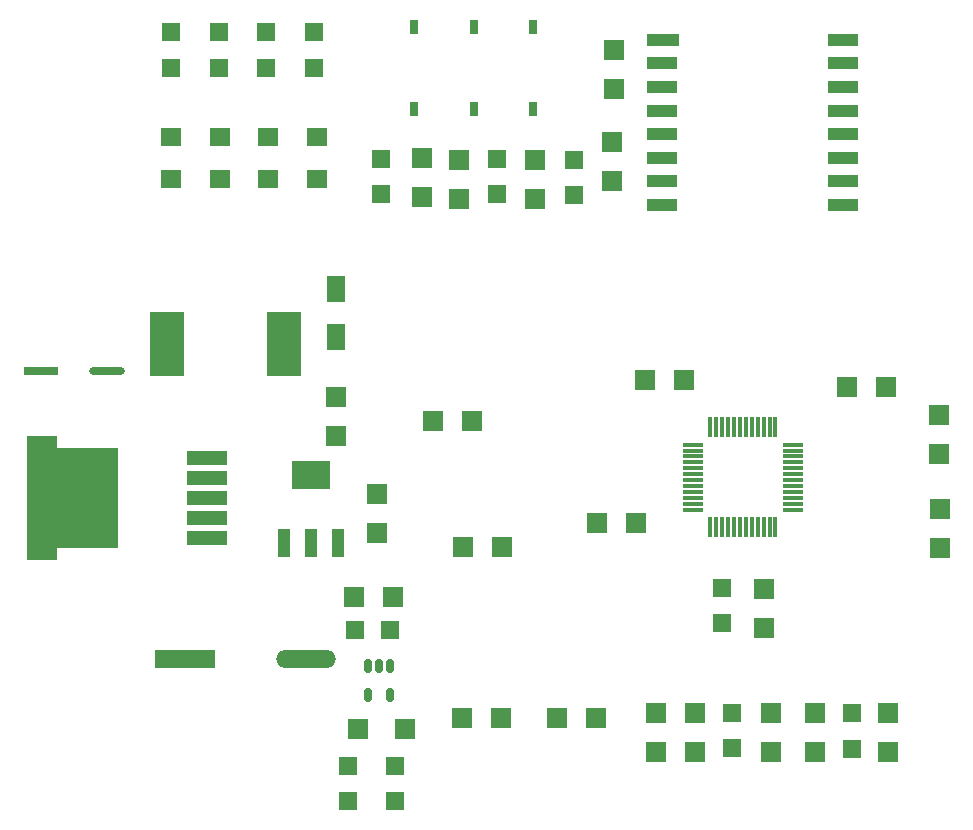
<source format=gtp>
G04*
G04 #@! TF.GenerationSoftware,Altium Limited,Altium Designer,21.3.2 (30)*
G04*
G04 Layer_Color=8421504*
%FSTAX24Y24*%
%MOIN*%
G70*
G04*
G04 #@! TF.SameCoordinates,09EB0EA2-9561-46F4-B1F3-F0EC52C3B4A3*
G04*
G04*
G04 #@! TF.FilePolarity,Positive*
G04*
G01*
G75*
%ADD25R,0.0669X0.0669*%
%ADD26R,0.0630X0.0591*%
%ADD27R,0.2000X0.0591*%
%ADD28O,0.2000X0.0591*%
G04:AMPARAMS|DCode=29|XSize=48mil|YSize=23.6mil|CornerRadius=5.9mil|HoleSize=0mil|Usage=FLASHONLY|Rotation=270.000|XOffset=0mil|YOffset=0mil|HoleType=Round|Shape=RoundedRectangle|*
%AMROUNDEDRECTD29*
21,1,0.0480,0.0118,0,0,270.0*
21,1,0.0362,0.0236,0,0,270.0*
1,1,0.0118,-0.0059,-0.0181*
1,1,0.0118,-0.0059,0.0181*
1,1,0.0118,0.0059,0.0181*
1,1,0.0118,0.0059,-0.0181*
%
%ADD29ROUNDEDRECTD29*%
%ADD30R,0.0591X0.0630*%
%ADD31R,0.0669X0.0118*%
%ADD32R,0.0118X0.0669*%
%ADD33R,0.0709X0.0669*%
%ADD34R,0.1181X0.0276*%
%ADD35O,0.1181X0.0276*%
%ADD36R,0.0669X0.0669*%
%ADD37R,0.1140X0.2130*%
%ADD38R,0.1378X0.0472*%
%ADD39R,0.0984X0.4134*%
%ADD40R,0.2559X0.3346*%
%ADD41R,0.1299X0.0945*%
%ADD42R,0.0394X0.0945*%
%ADD43R,0.0610X0.0886*%
%ADD44R,0.0650X0.0600*%
%ADD45R,0.0315X0.0472*%
%ADD46R,0.1102X0.0433*%
%ADD47R,0.1024X0.0433*%
D25*
X0471Y0196D02*
D03*
Y0183D02*
D03*
X04466Y019619D02*
D03*
Y01832D02*
D03*
X0287Y03015D02*
D03*
Y02885D02*
D03*
X03005Y0269D02*
D03*
Y0256D02*
D03*
X03935Y0183D02*
D03*
Y0196D02*
D03*
X040642D02*
D03*
Y0183D02*
D03*
X0432D02*
D03*
Y0196D02*
D03*
X03277Y03675D02*
D03*
Y03805D02*
D03*
X03155Y036801D02*
D03*
Y0381D02*
D03*
X04295Y02245D02*
D03*
Y02375D02*
D03*
X03533Y03805D02*
D03*
Y03675D02*
D03*
X03795Y041699D02*
D03*
Y0404D02*
D03*
X0379Y03865D02*
D03*
Y037351D02*
D03*
X0488Y02825D02*
D03*
Y02955D02*
D03*
X04883Y02642D02*
D03*
Y02512D02*
D03*
D26*
X0459Y019601D02*
D03*
Y018419D02*
D03*
X04187Y019621D02*
D03*
Y018439D02*
D03*
X0291Y017841D02*
D03*
X03065Y01785D02*
D03*
Y016669D02*
D03*
X0291Y016659D02*
D03*
X0232Y042291D02*
D03*
Y041109D02*
D03*
X03661Y036859D02*
D03*
Y038041D02*
D03*
X03404Y036899D02*
D03*
Y038081D02*
D03*
X02795Y041109D02*
D03*
Y042291D02*
D03*
X026367Y041109D02*
D03*
Y042291D02*
D03*
X024783Y041109D02*
D03*
Y042291D02*
D03*
X0302Y036899D02*
D03*
Y038081D02*
D03*
X04155Y022599D02*
D03*
Y023781D02*
D03*
D27*
X02365Y0214D02*
D03*
D28*
X0277D02*
D03*
D29*
X030126Y02118D02*
D03*
X029752Y0202D02*
D03*
X0305Y02118D02*
D03*
X029752D02*
D03*
X0305Y0202D02*
D03*
D30*
X030491Y02236D02*
D03*
X029309D02*
D03*
D31*
X04392Y026386D02*
D03*
Y026583D02*
D03*
Y02678D02*
D03*
Y026976D02*
D03*
Y027173D02*
D03*
Y02737D02*
D03*
Y027567D02*
D03*
Y027764D02*
D03*
Y027961D02*
D03*
Y028157D02*
D03*
Y028354D02*
D03*
Y028551D02*
D03*
X040583D02*
D03*
Y028354D02*
D03*
Y028157D02*
D03*
Y027961D02*
D03*
Y027764D02*
D03*
Y027567D02*
D03*
Y02737D02*
D03*
Y027173D02*
D03*
Y026976D02*
D03*
Y02678D02*
D03*
Y026583D02*
D03*
Y026386D02*
D03*
D32*
X043334Y029137D02*
D03*
X043137D02*
D03*
X042941D02*
D03*
X042744D02*
D03*
X042547D02*
D03*
X04235D02*
D03*
X042153D02*
D03*
X041956D02*
D03*
X041759D02*
D03*
X041563D02*
D03*
X041366D02*
D03*
X041169D02*
D03*
Y0258D02*
D03*
X041366D02*
D03*
X041563D02*
D03*
X041759D02*
D03*
X041956D02*
D03*
X042153D02*
D03*
X04235D02*
D03*
X042547D02*
D03*
X042744D02*
D03*
X042941D02*
D03*
X043137D02*
D03*
X043334D02*
D03*
D33*
X029413Y01908D02*
D03*
X030987D02*
D03*
D34*
X01885Y031D02*
D03*
D35*
X02105D02*
D03*
D36*
X03291Y02513D02*
D03*
X03421D02*
D03*
X02928Y02346D02*
D03*
X03058D02*
D03*
X03735Y01945D02*
D03*
X036051D02*
D03*
X0342D02*
D03*
X0329D02*
D03*
X03322Y02933D02*
D03*
X031921D02*
D03*
X0374Y02595D02*
D03*
X0387D02*
D03*
X04572Y03048D02*
D03*
X04702D02*
D03*
X039001Y0307D02*
D03*
X0403D02*
D03*
D37*
X02305Y0319D02*
D03*
X02695D02*
D03*
D38*
X0244Y025431D02*
D03*
Y0261D02*
D03*
Y026769D02*
D03*
Y027439D02*
D03*
Y028108D02*
D03*
D39*
X018878Y026769D02*
D03*
D40*
X020158D02*
D03*
D41*
X02785Y027542D02*
D03*
D42*
X028756Y025258D02*
D03*
X02785D02*
D03*
X026944D02*
D03*
D43*
X0287Y03215D02*
D03*
Y033725D02*
D03*
D44*
X024817Y0374D02*
D03*
Y03882D02*
D03*
X02805D02*
D03*
Y0374D02*
D03*
X026433Y03882D02*
D03*
Y0374D02*
D03*
X0232D02*
D03*
Y03882D02*
D03*
D45*
X03525Y042478D02*
D03*
Y039722D02*
D03*
X0333Y042478D02*
D03*
Y039722D02*
D03*
X0313Y042478D02*
D03*
Y039722D02*
D03*
D46*
X039576Y04205D02*
D03*
D47*
X039537Y041262D02*
D03*
Y040475D02*
D03*
Y039687D02*
D03*
Y0389D02*
D03*
Y038113D02*
D03*
Y037325D02*
D03*
Y036538D02*
D03*
X0456D02*
D03*
Y037325D02*
D03*
Y038113D02*
D03*
Y0389D02*
D03*
Y039687D02*
D03*
Y040475D02*
D03*
Y041262D02*
D03*
Y04205D02*
D03*
M02*

</source>
